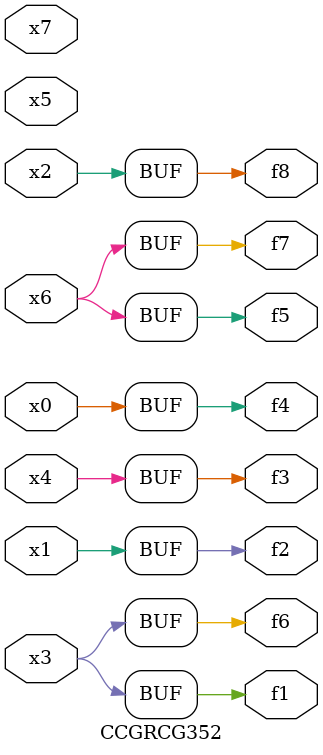
<source format=v>
module CCGRCG352(
	input x0, x1, x2, x3, x4, x5, x6, x7,
	output f1, f2, f3, f4, f5, f6, f7, f8
);
	assign f1 = x3;
	assign f2 = x1;
	assign f3 = x4;
	assign f4 = x0;
	assign f5 = x6;
	assign f6 = x3;
	assign f7 = x6;
	assign f8 = x2;
endmodule

</source>
